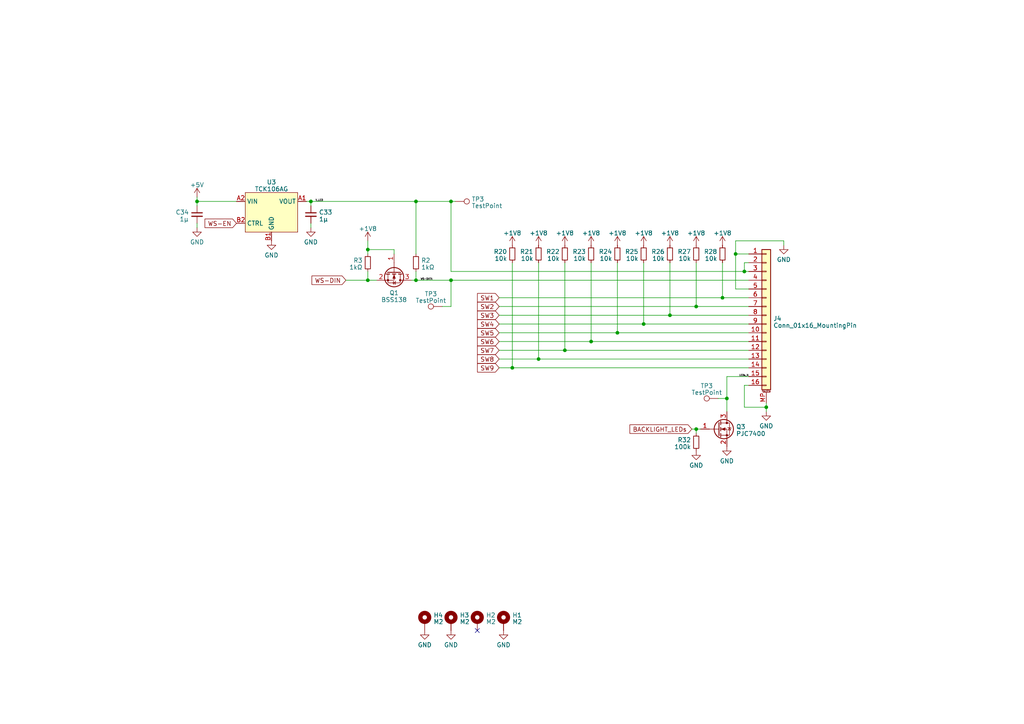
<source format=kicad_sch>
(kicad_sch (version 20230121) (generator eeschema)
  (paper "A4")
  (title_block (title "DreamSteck") (rev "A"))
  (lib_symbols
    (symbol "Connector:TestPoint" (pin_numbers hide) (pin_names (offset 0.762) hide)
      (property "Reference" "TP" (at 0 6.858 0))
      (property "Value" "TestPoint" (at 0 5.08 0))
      (symbol "TestPoint_0_1"
        (circle (center 0 3.302) (radius 0.762))
      )
      (symbol "TestPoint_1_1"
        (pin passive line (at 0 0 90) (length 2.54) (name "1") (number "1"))
      )
    )
    (symbol "Connector_Generic_MountingPin:Conn_01x16_MountingPin" (pin_names (offset 1.016) hide)
      (property "Reference" "J" (at 0 20.32 0))
      (property "Value" "Conn_01x16_MountingPin" (at 1.27 -22.86 0))
      (symbol "Conn_01x16_MountingPin_1_1"
        (rectangle (start -1.27 -20.193) (end 0 -20.447) (stroke (width 0.1524)))
        (rectangle (start -1.27 -17.653) (end 0 -17.907) (stroke (width 0.1524)))
        (rectangle (start -1.27 -15.113) (end 0 -15.367) (stroke (width 0.1524)))
        (rectangle (start -1.27 -12.573) (end 0 -12.827) (stroke (width 0.1524)))
        (rectangle (start -1.27 -10.033) (end 0 -10.287) (stroke (width 0.1524)))
        (rectangle (start -1.27 -7.493) (end 0 -7.747) (stroke (width 0.1524)))
        (rectangle (start -1.27 -4.953) (end 0 -5.207) (stroke (width 0.1524)))
        (rectangle (start -1.27 -2.413) (end 0 -2.667) (stroke (width 0.1524)))
        (rectangle (start -1.27 0.127) (end 0 -0.127) (stroke (width 0.1524)))
        (rectangle (start -1.27 2.667) (end 0 2.413) (stroke (width 0.1524)))
        (rectangle (start -1.27 5.207) (end 0 4.953) (stroke (width 0.1524)))
        (rectangle (start -1.27 7.747) (end 0 7.493) (stroke (width 0.1524)))
        (rectangle (start -1.27 10.287) (end 0 10.033) (stroke (width 0.1524)))
        (rectangle (start -1.27 12.827) (end 0 12.573) (stroke (width 0.1524)))
        (rectangle (start -1.27 15.367) (end 0 15.113) (stroke (width 0.1524)))
        (rectangle (start -1.27 17.907) (end 0 17.653) (stroke (width 0.1524)))
        (rectangle (start -1.27 19.05) (end 1.27 -21.59) (stroke (width 0.254)) (fill (type background)))
        (polyline (pts (xy -1.016 -22.352) (xy 1.016 -22.352)) (stroke (width 0.1524)))
        (text "Mounting" (at 0 -21.971 0) (effects (font (size 0.381 0.381))))
        (pin passive line (at -5.08 17.78 0) (length 3.81) (name "Pin_1") (number "1"))
        (pin passive line (at -5.08 -5.08 0) (length 3.81) (name "Pin_10") (number "10"))
        (pin passive line (at -5.08 -7.62 0) (length 3.81) (name "Pin_11") (number "11"))
        (pin passive line (at -5.08 -10.16 0) (length 3.81) (name "Pin_12") (number "12"))
        (pin passive line (at -5.08 -12.7 0) (length 3.81) (name "Pin_13") (number "13"))
        (pin passive line (at -5.08 -15.24 0) (length 3.81) (name "Pin_14") (number "14"))
        (pin passive line (at -5.08 -17.78 0) (length 3.81) (name "Pin_15") (number "15"))
        (pin passive line (at -5.08 -20.32 0) (length 3.81) (name "Pin_16") (number "16"))
        (pin passive line (at -5.08 15.24 0) (length 3.81) (name "Pin_2") (number "2"))
        (pin passive line (at -5.08 12.7 0) (length 3.81) (name "Pin_3") (number "3"))
        (pin passive line (at -5.08 10.16 0) (length 3.81) (name "Pin_4") (number "4"))
        (pin passive line (at -5.08 7.62 0) (length 3.81) (name "Pin_5") (number "5"))
        (pin passive line (at -5.08 5.08 0) (length 3.81) (name "Pin_6") (number "6"))
        (pin passive line (at -5.08 2.54 0) (length 3.81) (name "Pin_7") (number "7"))
        (pin passive line (at -5.08 0 0) (length 3.81) (name "Pin_8") (number "8"))
        (pin passive line (at -5.08 -2.54 0) (length 3.81) (name "Pin_9") (number "9"))
        (pin passive line (at 0 -25.4 90) (length 3.048) (name "MountPin") (number "MP"))
      )
    )
    (symbol "Device:C_Small" (pin_numbers hide) (pin_names (offset 0.254) hide)
      (property "Reference" "C" (at 0.254 1.778 0))
      (property "Value" "C_Small" (at 0.254 -2.032 0))
      (symbol "C_Small_0_1"
        (polyline (pts (xy -1.524 -0.508) (xy 1.524 -0.508)) (stroke (width 0.3302)))
        (polyline (pts (xy -1.524 0.508) (xy 1.524 0.508)) (stroke (width 0.3048)))
      )
      (symbol "C_Small_1_1"
        (pin passive line (at 0 2.54 270) (length 2.032) (name "~") (number "1"))
        (pin passive line (at 0 -2.54 90) (length 2.032) (name "~") (number "2"))
      )
    )
    (symbol "Device:Q_NMOS_GSD" (pin_names (offset 0) hide)
      (property "Reference" "Q" (at 5.08 1.27 0))
      (property "Value" "Q_NMOS_GSD" (at 5.08 -1.27 0))
      (symbol "Q_NMOS_GSD_0_1"
        (polyline (pts (xy 0.254 0) (xy -2.54 0)))
        (polyline (pts (xy 0.254 1.905) (xy 0.254 -1.905)) (stroke (width 0.254)))
        (polyline (pts (xy 0.762 -1.27) (xy 0.762 -2.286)) (stroke (width 0.254)))
        (polyline (pts (xy 0.762 0.508) (xy 0.762 -0.508)) (stroke (width 0.254)))
        (polyline (pts (xy 0.762 2.286) (xy 0.762 1.27)) (stroke (width 0.254)))
        (polyline (pts (xy 2.54 2.54) (xy 2.54 1.778)))
        (polyline (pts (xy 2.54 -2.54) (xy 2.54 0) (xy 0.762 0)))
        (polyline (pts (xy 0.762 -1.778) (xy 3.302 -1.778) (xy 3.302 1.778) (xy 0.762 1.778)))
        (polyline (pts (xy 1.016 0) (xy 2.032 0.381) (xy 2.032 -0.381) (xy 1.016 0)) (fill (type outline)))
        (polyline (pts (xy 2.794 0.508) (xy 2.921 0.381) (xy 3.683 0.381) (xy 3.81 0.254)))
        (polyline (pts (xy 3.302 0.381) (xy 2.921 -0.254) (xy 3.683 -0.254) (xy 3.302 0.381)))
        (circle (center 1.651 0) (radius 2.794) (stroke (width 0.254)))
        (circle (center 2.54 -1.778) (radius 0.254) (fill (type outline)))
        (circle (center 2.54 1.778) (radius 0.254) (fill (type outline)))
      )
      (symbol "Q_NMOS_GSD_1_1"
        (pin input line (at -5.08 0 0) (length 2.54) (name "G") (number "1"))
        (pin passive line (at 2.54 -5.08 90) (length 2.54) (name "S") (number "2"))
        (pin passive line (at 2.54 5.08 270) (length 2.54) (name "D") (number "3"))
      )
    )
    (symbol "Device:R_Small" (pin_numbers hide) (pin_names (offset 0.254) hide)
      (property "Reference" "R" (at 0.762 0.508 0))
      (property "Value" "R_Small" (at 0.762 -1.016 0))
      (symbol "R_Small_0_1"
        (rectangle (start -0.762 1.778) (end 0.762 -1.778) (stroke (width 0.2032)))
      )
      (symbol "R_Small_1_1"
        (pin passive line (at 0 2.54 270) (length 0.762) (name "~") (number "1"))
        (pin passive line (at 0 -2.54 90) (length 0.762) (name "~") (number "2"))
      )
    )
    (symbol "Franz-Lib:TCK106AG"
      (property "Reference" "U" (at 0 8.89 0))
      (property "Value" "TCK106AG" (at 0 6.35 0))
      (symbol "TCK106AG_0_1"
        (rectangle (start -7.62 5.08) (end 7.62 -6.35) (stroke (width 0.1524)) (fill (type background)))
      )
      (symbol "TCK106AG_1_1"
        (pin input line (at 10.16 2.54 180) (length 2.54) (name "VOUT") (number "A1"))
        (pin input line (at -10.16 2.54 0) (length 2.54) (name "VIN") (number "A2"))
        (pin input line (at 0 -8.89 90) (length 2.54) (name "GND") (number "B1"))
        (pin input line (at -10.16 -3.81 0) (length 2.54) (name "CTRL") (number "B2"))
      )
    )
    (symbol "Mechanical:MountingHole_Pad" (pin_numbers hide) (pin_names (offset 1.016) hide)
      (property "Reference" "H" (at 0 6.35 0))
      (property "Value" "MountingHole_Pad" (at 0 4.445 0))
      (symbol "MountingHole_Pad_0_1"
        (circle (center 0 1.27) (radius 1.27) (stroke (width 1.27)))
      )
      (symbol "MountingHole_Pad_1_1"
        (pin input line (at 0 -2.54 90) (length 2.54) (name "1") (number "1"))
      )
    )
    (symbol "Transistor_FET:BSS138" (pin_names hide)
      (property "Reference" "Q" (at 5.08 1.905 0))
      (property "Value" "BSS138" (at 5.08 0 0))
      (symbol "BSS138_0_1"
        (polyline (pts (xy 0.254 0) (xy -2.54 0)))
        (polyline (pts (xy 0.254 1.905) (xy 0.254 -1.905)) (stroke (width 0.254)))
        (polyline (pts (xy 0.762 -1.27) (xy 0.762 -2.286)) (stroke (width 0.254)))
        (polyline (pts (xy 0.762 0.508) (xy 0.762 -0.508)) (stroke (width 0.254)))
        (polyline (pts (xy 0.762 2.286) (xy 0.762 1.27)) (stroke (width 0.254)))
        (polyline (pts (xy 2.54 2.54) (xy 2.54 1.778)))
        (polyline (pts (xy 2.54 -2.54) (xy 2.54 0) (xy 0.762 0)))
        (polyline (pts (xy 0.762 -1.778) (xy 3.302 -1.778) (xy 3.302 1.778) (xy 0.762 1.778)))
        (polyline (pts (xy 1.016 0) (xy 2.032 0.381) (xy 2.032 -0.381) (xy 1.016 0)) (fill (type outline)))
        (polyline (pts (xy 2.794 0.508) (xy 2.921 0.381) (xy 3.683 0.381) (xy 3.81 0.254)))
        (polyline (pts (xy 3.302 0.381) (xy 2.921 -0.254) (xy 3.683 -0.254) (xy 3.302 0.381)))
        (circle (center 1.651 0) (radius 2.794) (stroke (width 0.254)))
        (circle (center 2.54 -1.778) (radius 0.254) (fill (type outline)))
        (circle (center 2.54 1.778) (radius 0.254) (fill (type outline)))
      )
      (symbol "BSS138_1_1"
        (pin input line (at -5.08 0 0) (length 2.54) (name "G") (number "1"))
        (pin passive line (at 2.54 -5.08 90) (length 2.54) (name "S") (number "2"))
        (pin passive line (at 2.54 5.08 270) (length 2.54) (name "D") (number "3"))
      )
    )
    (symbol "power:+1V8" (power) (pin_names (offset 0))
      (property "Value" "+1V8" (at 0 3.556 0))
      (symbol "+1V8_0_1"
        (polyline (pts (xy -0.762 1.27) (xy 0 2.54)))
        (polyline (pts (xy 0 0) (xy 0 2.54)))
        (polyline (pts (xy 0 2.54) (xy 0.762 1.27)))
      )
      (symbol "+1V8_1_1"
        (pin power_in line (at 0 0 90) (length 0) hide (name "+1V8") (number "1"))
      )
    )
    (symbol "power:+5V" (power) (pin_names (offset 0))
      (property "Value" "+5V" (at 0 3.556 0))
      (symbol "+5V_0_1"
        (polyline (pts (xy -0.762 1.27) (xy 0 2.54)))
        (polyline (pts (xy 0 0) (xy 0 2.54)))
        (polyline (pts (xy 0 2.54) (xy 0.762 1.27)))
      )
      (symbol "+5V_1_1"
        (pin power_in line (at 0 0 90) (length 0) hide (name "+5V") (number "1"))
      )
    )
    (symbol "power:GND" (power) (pin_names (offset 0))
      (property "Value" "GND" (at 0 -3.81 0))
      (symbol "GND_0_1"
        (polyline (pts (xy 0 0) (xy 0 -1.27) (xy 1.27 -1.27) (xy 0 -2.54) (xy -1.27 -1.27) (xy 0 -1.27)))
      )
      (symbol "GND_1_1"
        (pin power_in line (at 0 0 270) (length 0) hide (name "GND") (number "1"))
      )
    )
  )
  (junction (at 120.65 58.42))
  (junction (at 130.81 81.28))
  (junction (at 194.31 91.44))
  (junction (at 213.36 73.66))
  (junction (at 171.45 99.06))
  (junction (at 186.69 93.98))
  (junction (at 130.81 58.42))
  (junction (at 215.9 78.74))
  (junction (at 201.93 88.9))
  (junction (at 201.93 124.46))
  (junction (at 57.15 58.42))
  (junction (at 90.17 58.42))
  (junction (at 222.25 118.11))
  (junction (at 156.21 104.14))
  (junction (at 106.68 72.39))
  (junction (at 148.59 106.68))
  (junction (at 209.55 86.36))
  (junction (at 210.82 115.57))
  (junction (at 120.65 81.28))
  (junction (at 179.07 96.52))
  (junction (at 163.83 101.6))
  (junction (at 106.68 81.28))
  (no_connect (at 138.43 182.88))
  (wire (pts (xy 222.25 118.11) (xy 215.9 118.11)))
  (wire (pts (xy 227.33 69.85) (xy 213.36 69.85)))
  (wire (pts (xy 179.07 76.2) (xy 179.07 96.52)))
  (wire (pts (xy 144.78 91.44) (xy 194.31 91.44)))
  (wire (pts (xy 209.55 76.2) (xy 209.55 86.36)))
  (wire (pts (xy 171.45 76.2) (xy 171.45 99.06)))
  (wire (pts (xy 120.65 73.66) (xy 120.65 58.42)))
  (wire (pts (xy 57.15 58.42) (xy 57.15 59.69)))
  (wire (pts (xy 148.59 106.68) (xy 217.17 106.68)))
  (wire (pts (xy 144.78 106.68) (xy 148.59 106.68)))
  (wire (pts (xy 130.81 78.74) (xy 130.81 58.42)))
  (wire (pts (xy 106.68 69.85) (xy 106.68 72.39)))
  (wire (pts (xy 215.9 111.76) (xy 217.17 111.76)))
  (wire (pts (xy 208.28 115.57) (xy 210.82 115.57)))
  (wire (pts (xy 130.81 58.42) (xy 120.65 58.42)))
  (wire (pts (xy 144.78 101.6) (xy 163.83 101.6)))
  (wire (pts (xy 114.3 73.66) (xy 114.3 72.39)))
  (wire (pts (xy 144.78 104.14) (xy 156.21 104.14)))
  (wire (pts (xy 186.69 93.98) (xy 217.17 93.98)))
  (wire (pts (xy 215.9 76.2) (xy 217.17 76.2)))
  (wire (pts (xy 209.55 86.36) (xy 217.17 86.36)))
  (wire (pts (xy 194.31 76.2) (xy 194.31 91.44)))
  (wire (pts (xy 222.25 118.11) (xy 222.25 119.38)))
  (wire (pts (xy 120.65 78.74) (xy 120.65 81.28)))
  (wire (pts (xy 130.81 78.74) (xy 215.9 78.74)))
  (wire (pts (xy 200.66 124.46) (xy 201.93 124.46)))
  (wire (pts (xy 100.33 81.28) (xy 106.68 81.28)))
  (wire (pts (xy 106.68 81.28) (xy 109.22 81.28)))
  (wire (pts (xy 90.17 66.04) (xy 90.17 64.77)))
  (wire (pts (xy 163.83 76.2) (xy 163.83 101.6)))
  (wire (pts (xy 210.82 109.22) (xy 217.17 109.22)))
  (wire (pts (xy 114.3 72.39) (xy 106.68 72.39)))
  (wire (pts (xy 222.25 116.84) (xy 222.25 118.11)))
  (wire (pts (xy 227.33 71.12) (xy 227.33 69.85)))
  (wire (pts (xy 215.9 118.11) (xy 215.9 111.76)))
  (wire (pts (xy 194.31 91.44) (xy 217.17 91.44)))
  (wire (pts (xy 201.93 124.46) (xy 201.93 125.73)))
  (wire (pts (xy 148.59 76.2) (xy 148.59 106.68)))
  (wire (pts (xy 130.81 81.28) (xy 217.17 81.28)))
  (wire (pts (xy 213.36 73.66) (xy 217.17 73.66)))
  (wire (pts (xy 201.93 124.46) (xy 203.2 124.46)))
  (wire (pts (xy 128.27 88.9) (xy 130.81 88.9)))
  (wire (pts (xy 120.65 81.28) (xy 119.38 81.28)))
  (wire (pts (xy 106.68 78.74) (xy 106.68 81.28)))
  (wire (pts (xy 130.81 58.42) (xy 132.08 58.42)))
  (wire (pts (xy 90.17 58.42) (xy 120.65 58.42)))
  (wire (pts (xy 120.65 81.28) (xy 130.81 81.28)))
  (wire (pts (xy 88.9 58.42) (xy 90.17 58.42)))
  (wire (pts (xy 156.21 76.2) (xy 156.21 104.14)))
  (wire (pts (xy 144.78 96.52) (xy 179.07 96.52)))
  (wire (pts (xy 213.36 83.82) (xy 213.36 73.66)))
  (wire (pts (xy 90.17 58.42) (xy 90.17 59.69)))
  (wire (pts (xy 163.83 101.6) (xy 217.17 101.6)))
  (wire (pts (xy 217.17 83.82) (xy 213.36 83.82)))
  (wire (pts (xy 144.78 93.98) (xy 186.69 93.98)))
  (wire (pts (xy 144.78 88.9) (xy 201.93 88.9)))
  (wire (pts (xy 201.93 88.9) (xy 201.93 76.2)))
  (wire (pts (xy 57.15 58.42) (xy 57.15 57.15)))
  (wire (pts (xy 144.78 99.06) (xy 171.45 99.06)))
  (wire (pts (xy 156.21 104.14) (xy 217.17 104.14)))
  (wire (pts (xy 201.93 88.9) (xy 217.17 88.9)))
  (wire (pts (xy 144.78 86.36) (xy 209.55 86.36)))
  (wire (pts (xy 171.45 99.06) (xy 217.17 99.06)))
  (wire (pts (xy 213.36 69.85) (xy 213.36 73.66)))
  (wire (pts (xy 57.15 64.77) (xy 57.15 66.04)))
  (wire (pts (xy 186.69 76.2) (xy 186.69 93.98)))
  (wire (pts (xy 106.68 72.39) (xy 106.68 73.66)))
  (wire (pts (xy 179.07 96.52) (xy 217.17 96.52)))
  (wire (pts (xy 215.9 78.74) (xy 217.17 78.74)))
  (wire (pts (xy 210.82 119.38) (xy 210.82 115.57)))
  (wire (pts (xy 57.15 58.42) (xy 68.58 58.42)))
  (wire (pts (xy 130.81 88.9) (xy 130.81 81.28)))
  (wire (pts (xy 215.9 78.74) (xy 215.9 76.2)))
  (wire (pts (xy 210.82 115.57) (xy 210.82 109.22)))
  (label "LEDs_N" (at 217.17 109.22 180) (effects (font (size 0.5 0.5))))
  (label "V_LED" (at 91.44 58.42 0) (effects (font (size 0.5 0.5))))
  (label "WS-DATA" (at 121.92 81.28 0) (effects (font (size 0.5 0.5))))
  (global_label "WS-EN" (shape input) (at 68.58 64.77 180) (property "Intersheetrefs" "${INTERSHEET_REFS}" (effects hide)))
  (global_label "BACKLIGHT_LEDs" (shape input) (at 200.66 124.46 180) (property "Intersheetrefs" "${INTERSHEET_REFS}" (effects hide)))
  (global_label "SW1" (shape input) (at 144.78 86.36 180) (property "Intersheetrefs" "${INTERSHEET_REFS}" (effects hide)))
  (global_label "SW6" (shape input) (at 144.78 99.06 180) (property "Intersheetrefs" "${INTERSHEET_REFS}" (effects hide)))
  (global_label "SW7" (shape input) (at 144.78 101.6 180) (property "Intersheetrefs" "${INTERSHEET_REFS}" (effects hide)))
  (global_label "SW5" (shape input) (at 144.78 96.52 180) (property "Intersheetrefs" "${INTERSHEET_REFS}" (effects hide)))
  (global_label "SW3" (shape input) (at 144.78 91.44 180) (property "Intersheetrefs" "${INTERSHEET_REFS}" (effects hide)))
  (global_label "WS-DIN" (shape input) (at 100.33 81.28 180) (property "Intersheetrefs" "${INTERSHEET_REFS}" (effects hide)))
  (global_label "SW8" (shape input) (at 144.78 104.14 180) (property "Intersheetrefs" "${INTERSHEET_REFS}" (effects hide)))
  (global_label "SW9" (shape input) (at 144.78 106.68 180) (property "Intersheetrefs" "${INTERSHEET_REFS}" (effects hide)))
  (global_label "SW4" (shape input) (at 144.78 93.98 180) (property "Intersheetrefs" "${INTERSHEET_REFS}" (effects hide)))
  (global_label "SW2" (shape input) (at 144.78 88.9 180) (property "Intersheetrefs" "${INTERSHEET_REFS}" (effects hide)))
  (symbol (lib_id "power:GND") (at 227.33 71.12 0) (unit 1)
    (property "Reference" "#PWR0170" (effects hide))
    (property "Value" "GND" (at 227.33 75.2952 0))
  )
  (symbol (lib_id "Device:R_Small") (at 106.68 76.2 0) (mirror y) (unit 1)
    (property "Reference" "R3" (at 105.1814 75.5317 0) (effects (justify left)))
    (property "Value" "1kΩ" (at 105.1814 77.5321 0) (effects (justify left)))
    (property "Footprint" "Franz-Lib:R_0402_1005Metric_NoSilk" (effects hide))
  )
  (symbol (lib_id "Device:R_Small") (at 179.07 73.66 0) (unit 1)
    (property "Reference" "R24" (at 177.5714 72.9917 0) (effects (justify right)))
    (property "Value" "10k" (at 177.5714 74.9921 0) (effects (justify right)))
    (property "Footprint" "Franz-Lib:R_0402_1005Metric_NoSilk" (effects hide))
  )
  (symbol (lib_id "Mechanical:MountingHole_Pad") (at 146.05 180.34 0) (unit 1)
    (property "Reference" "H1" (at 148.59 178.4263 0) (effects (justify left)))
    (property "Value" "M2" (at 148.59 180.3473 0) (effects (justify left)))
    (property "Footprint" "Franz-Lib:Mounting_Wuerth_WA-SMSI-M2_H8mm_9774080243_NoSilk" (effects hide))
  )
  (symbol (lib_id "power:GND") (at 90.17 66.04 0) (unit 1)
    (property "Reference" "#PWR0115" (effects hide))
    (property "Value" "GND" (at 90.17 70.2152 0))
    (instances (project "DreamSteck" (path "" (reference "#PWR0115") (unit 1))) (project "PCB-B" (path "" (reference "#PWR0104") (unit 1)) (path "" (reference "#PWR0155") (unit 1))))
  )
  (symbol (lib_id "Device:R_Small") (at 209.55 73.66 0) (unit 1)
    (property "Reference" "R28" (at 208.0514 72.9917 0) (effects (justify right)))
    (property "Value" "10k" (at 208.0514 74.9921 0) (effects (justify right)))
    (property "Footprint" "Franz-Lib:R_0402_1005Metric_NoSilk" (effects hide))
  )
  (symbol (lib_id "power:GND") (at 57.15 66.04 0) (unit 1)
    (property "Reference" "#PWR0115" (effects hide))
    (property "Value" "GND" (at 57.15 70.2152 0))
    (instances (project "DreamSteck" (path "" (reference "#PWR0115") (unit 1))) (project "PCB-B" (path "" (reference "#PWR0104") (unit 1)) (path "" (reference "#PWR0126") (unit 1))))
  )
  (symbol (lib_id "Device:Q_NMOS_GSD") (at 208.28 124.46 0) (unit 1)
    (property "Reference" "Q3" (at 213.487 123.7917 0) (effects (justify left)))
    (property "Value" "PJC7400" (at 213.487 125.7921 0) (effects (justify left)))
    (property "Footprint" "Franz-Lib:SOT-323_SC-70_NoSilk" (effects hide))
  )
  (symbol (lib_id "Device:R_Small") (at 171.45 73.66 0) (unit 1)
    (property "Reference" "R23" (at 169.9514 72.9917 0) (effects (justify right)))
    (property "Value" "10k" (at 169.9514 74.9921 0) (effects (justify right)))
    (property "Footprint" "Franz-Lib:R_0402_1005Metric_NoSilk" (effects hide))
  )
  (symbol (lib_id "Connector:TestPoint") (at 132.08 58.42 270) (unit 1)
    (property "Reference" "TP3" (at 136.779 57.7763 90) (effects (justify left)))
    (property "Value" "TestPoint" (at 136.779 59.6973 90) (effects (justify left)))
    (property "Footprint" "Franz-Lib:TestPoint_Pad_D1.0mm_NoSIlk" (effects hide))
    (instances (project "PCB-B" (path "" (reference "TP3") (unit 1)) (path "" (reference "TP10") (unit 1))))
  )
  (symbol (lib_id "Device:R_Small") (at 120.65 76.2 0) (unit 1)
    (property "Reference" "R2" (at 122.1486 75.5317 0) (effects (justify left)))
    (property "Value" "1kΩ" (at 122.1486 77.5321 0) (effects (justify left)))
    (property "Footprint" "Franz-Lib:R_0402_1005Metric_NoSilk" (effects hide))
  )
  (symbol (lib_id "power:+1V8") (at 171.45 71.12 0) (unit 1)
    (property "Reference" "#PWR0175" (effects hide))
    (property "Value" "+1V8" (at 171.45 67.6086 0))
  )
  (symbol (lib_id "power:+1V8") (at 163.83 71.12 0) (unit 1)
    (property "Reference" "#PWR0176" (effects hide))
    (property "Value" "+1V8" (at 163.83 67.6086 0))
  )
  (symbol (lib_id "power:+1V8") (at 179.07 71.12 0) (unit 1)
    (property "Reference" "#PWR0178" (effects hide))
    (property "Value" "+1V8" (at 179.07 67.6086 0))
  )
  (symbol (lib_id "power:+5V") (at 57.15 57.15 0) (unit 1)
    (property "Reference" "#PWR0103" (effects hide))
    (property "Value" "+5V" (at 57.15 53.6386 0))
    (instances (project "DreamSteck" (path "" (reference "#PWR0103") (unit 1))) (project "PCB-B" (path "" (reference "#PWR0108") (unit 1)) (path "" (reference "#PWR0125") (unit 1))))
  )
  (symbol (lib_id "Device:R_Small") (at 148.59 73.66 0) (unit 1)
    (property "Reference" "R20" (at 147.0914 72.9917 0) (effects (justify right)))
    (property "Value" "10k" (at 147.0914 74.9921 0) (effects (justify right)))
    (property "Footprint" "Franz-Lib:R_0402_1005Metric_NoSilk" (effects hide))
  )
  (symbol (lib_id "power:+1V8") (at 209.55 71.12 0) (unit 1)
    (property "Reference" "#PWR0180" (effects hide))
    (property "Value" "+1V8" (at 209.55 67.6086 0))
  )
  (symbol (lib_id "Transistor_FET:BSS138") (at 114.3 78.74 270) (unit 1)
    (property "Reference" "Q1" (at 114.3 84.9472 90))
    (property "Value" "BSS138" (at 114.3 86.9476 90))
    (property "Footprint" "Franz-Lib:SOT-23_NoSilk" (effects hide))
    (property "Datasheet" "https://www.onsemi.com/pub/Collateral/BSS138-D.PDF" (effects hide))
  )
  (symbol (lib_id "power:GND") (at 210.82 129.54 0) (unit 1)
    (property "Reference" "#PWR0183" (effects hide))
    (property "Value" "GND" (at 210.82 133.7152 0))
  )
  (symbol (lib_id "Device:R_Small") (at 156.21 73.66 0) (unit 1)
    (property "Reference" "R21" (at 154.7114 72.9917 0) (effects (justify right)))
    (property "Value" "10k" (at 154.7114 74.9921 0) (effects (justify right)))
    (property "Footprint" "Franz-Lib:R_0402_1005Metric_NoSilk" (effects hide))
  )
  (symbol (lib_id "Mechanical:MountingHole_Pad") (at 130.81 180.34 0) (unit 1)
    (property "Reference" "H3" (at 133.35 178.4263 0) (effects (justify left)))
    (property "Value" "M2" (at 133.35 180.3473 0) (effects (justify left)))
    (property "Footprint" "Franz-Lib:Mounting_Wuerth_WA-SMSI-M2_H8mm_9774080243_NoSilk" (effects hide))
  )
  (symbol (lib_id "Device:R_Small") (at 201.93 73.66 0) (unit 1)
    (property "Reference" "R27" (at 200.4314 72.9917 0) (effects (justify right)))
    (property "Value" "10k" (at 200.4314 74.9921 0) (effects (justify right)))
    (property "Footprint" "Franz-Lib:R_0402_1005Metric_NoSilk" (effects hide))
  )
  (symbol (lib_id "Device:C_Small") (at 90.17 62.23 0) (unit 1)
    (property "Reference" "C33" (at 92.4941 61.568 0) (effects (justify left)))
    (property "Value" "1µ" (at 92.4941 63.5684 0) (effects (justify left)))
    (property "Footprint" "Franz-Lib:C_0201_0603Metric_NoSilk" (effects hide))
  )
  (symbol (lib_id "power:+1V8") (at 106.68 69.85 0) (unit 1)
    (property "Reference" "#PWR0105" (effects hide))
    (property "Value" "+1V8" (at 106.68 66.3386 0))
  )
  (symbol (lib_id "power:+1V8") (at 194.31 71.12 0) (unit 1)
    (property "Reference" "#PWR0179" (effects hide))
    (property "Value" "+1V8" (at 194.31 67.6086 0))
  )
  (symbol (lib_id "Connector:TestPoint") (at 128.27 88.9 90) (unit 1)
    (property "Reference" "TP3" (at 124.968 85.2551 90))
    (property "Value" "TestPoint" (at 124.968 87.1761 90))
    (property "Footprint" "Franz-Lib:TestPoint_Pad_D1.0mm_NoSIlk" (effects hide))
    (instances (project "PCB-B" (path "" (reference "TP3") (unit 1)) (path "" (reference "TP11") (unit 1))))
  )
  (symbol (lib_id "Connector_Generic_MountingPin:Conn_01x16_MountingPin") (at 222.25 91.44 0) (unit 1)
    (property "Reference" "J4" (at 224.282 92.3973 0) (effects (justify left)))
    (property "Value" "Conn_01x16_MountingPin" (at 224.282 94.3977 0) (effects (justify left)))
    (property "Footprint" "Franz-Lib:68711614022" (effects hide))
  )
  (symbol (lib_id "Franz-Lib:TCK106AG") (at 78.74 60.96 0) (unit 1)
    (property "Reference" "U3" (at 78.74 52.832 0))
    (property "Value" "TCK106AG" (at 78.74 54.8324 0))
    (property "Footprint" "Franz-Lib:WCSPD-4_NoSilk" (effects hide))
    (property "Datasheet" "https://toshiba.semicon-storage.com/info/TCK106AG_datasheet_en_20151005.pdf?did=30131&prodName=TCK106AG" (effects hide))
  )
  (symbol (lib_id "power:GND") (at 78.74 69.85 0) (unit 1)
    (property "Reference" "#PWR0106" (effects hide))
    (property "Value" "GND" (at 78.74 74.0252 0))
    (instances (project "DreamSteck" (path "" (reference "#PWR0106") (unit 1))) (project "PCB-B" (path "" (reference "#PWR0109") (unit 1)) (path "" (reference "#PWR0124") (unit 1))))
  )
  (symbol (lib_id "Device:C_Small") (at 57.15 62.23 0) (mirror y) (unit 1)
    (property "Reference" "C34" (at 54.8259 61.568 0) (effects (justify left)))
    (property "Value" "1µ" (at 54.8259 63.5684 0) (effects (justify left)))
    (property "Footprint" "Franz-Lib:C_0201_0603Metric_NoSilk" (effects hide))
  )
  (symbol (lib_id "power:+1V8") (at 201.93 71.12 0) (unit 1)
    (property "Reference" "#PWR0181" (effects hide))
    (property "Value" "+1V8" (at 201.93 67.6086 0))
  )
  (symbol (lib_id "Mechanical:MountingHole_Pad") (at 123.19 180.34 0) (unit 1)
    (property "Reference" "H4" (at 125.73 178.4263 0) (effects (justify left)))
    (property "Value" "M2" (at 125.73 180.3473 0) (effects (justify left)))
    (property "Footprint" "Franz-Lib:Mounting_Wuerth_WA-SMSI-M2_H8mm_9774080243_NoSilk" (effects hide))
  )
  (symbol (lib_id "power:+1V8") (at 148.59 71.12 0) (unit 1)
    (property "Reference" "#PWR0173" (effects hide))
    (property "Value" "+1V8" (at 148.59 67.6086 0))
  )
  (symbol (lib_id "Device:R_Small") (at 163.83 73.66 0) (unit 1)
    (property "Reference" "R22" (at 162.3314 72.9917 0) (effects (justify right)))
    (property "Value" "10k" (at 162.3314 74.9921 0) (effects (justify right)))
    (property "Footprint" "Franz-Lib:R_0402_1005Metric_NoSilk" (effects hide))
  )
  (symbol (lib_id "power:+1V8") (at 156.21 71.12 0) (unit 1)
    (property "Reference" "#PWR0174" (effects hide))
    (property "Value" "+1V8" (at 156.21 67.6086 0))
  )
  (symbol (lib_id "power:GND") (at 222.25 119.38 0) (unit 1)
    (property "Reference" "#PWR0169" (effects hide))
    (property "Value" "GND" (at 222.25 123.5552 0))
  )
  (symbol (lib_id "power:+1V8") (at 186.69 71.12 0) (unit 1)
    (property "Reference" "#PWR0177" (effects hide))
    (property "Value" "+1V8" (at 186.69 67.6086 0))
  )
  (symbol (lib_id "power:GND") (at 123.19 182.88 0) (unit 1)
    (property "Reference" "#PWR0187" (effects hide))
    (property "Value" "GND" (at 123.19 187.0552 0))
  )
  (symbol (lib_id "Device:R_Small") (at 194.31 73.66 0) (unit 1)
    (property "Reference" "R26" (at 192.8114 72.9917 0) (effects (justify right)))
    (property "Value" "10k" (at 192.8114 74.9921 0) (effects (justify right)))
    (property "Footprint" "Franz-Lib:R_0402_1005Metric_NoSilk" (effects hide))
  )
  (symbol (lib_id "Connector:TestPoint") (at 208.28 115.57 90) (unit 1)
    (property "Reference" "TP3" (at 204.978 111.9251 90))
    (property "Value" "TestPoint" (at 204.978 113.8461 90))
    (property "Footprint" "Franz-Lib:TestPoint_Pad_D1.0mm_NoSIlk" (effects hide))
    (instances (project "PCB-B" (path "" (reference "TP3") (unit 1)) (path "" (reference "TP9") (unit 1))))
  )
  (symbol (lib_id "power:GND") (at 201.93 130.81 0) (unit 1)
    (property "Reference" "#PWR0184" (effects hide))
    (property "Value" "GND" (at 201.93 134.9852 0))
  )
  (symbol (lib_id "Mechanical:MountingHole_Pad") (at 138.43 180.34 0) (unit 1)
    (property "Reference" "H2" (at 140.97 178.4263 0) (effects (justify left)))
    (property "Value" "M2" (at 140.97 180.3473 0) (effects (justify left)))
    (property "Footprint" "Franz-Lib:Mounting_Wuerth_WA-SMSI-M2_H8mm_9774080243_NoSilk" (effects hide))
  )
  (symbol (lib_id "Device:R_Small") (at 201.93 128.27 0) (unit 1)
    (property "Reference" "R32" (at 200.4314 127.6017 0) (effects (justify right)))
    (property "Value" "100k" (at 200.4314 129.6021 0) (effects (justify right)))
    (property "Footprint" "Franz-Lib:R_0402_1005Metric_NoSilk" (effects hide))
  )
  (symbol (lib_id "Device:R_Small") (at 186.69 73.66 0) (unit 1)
    (property "Reference" "R25" (at 185.1914 72.9917 0) (effects (justify right)))
    (property "Value" "10k" (at 185.1914 74.9921 0) (effects (justify right)))
    (property "Footprint" "Franz-Lib:R_0402_1005Metric_NoSilk" (effects hide))
  )
  (symbol (lib_id "power:GND") (at 146.05 182.88 0) (unit 1)
    (property "Reference" "#PWR0185" (effects hide))
    (property "Value" "GND" (at 146.05 187.0552 0))
  )
  (symbol (lib_id "power:GND") (at 130.81 182.88 0) (unit 1)
    (property "Reference" "#PWR0188" (effects hide))
    (property "Value" "GND" (at 130.81 187.0552 0))
  )
)
</source>
